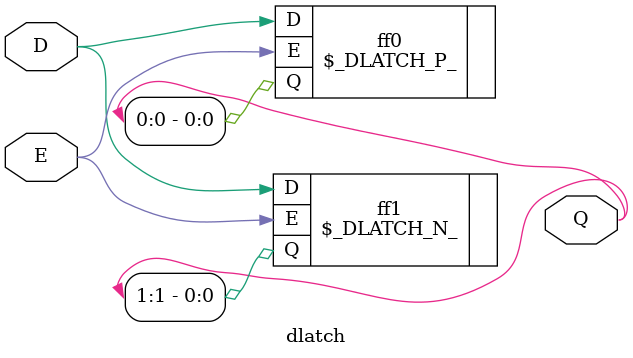
<source format=v>
module dlatch(input E, D, (* init = 2'h0 *) output [1:0] Q);
\$_DLATCH_P_ ff0 (.E(E), .D(D), .Q(Q[0]));
\$_DLATCH_N_ ff1 (.E(E), .D(D), .Q(Q[1]));
endmodule

</source>
